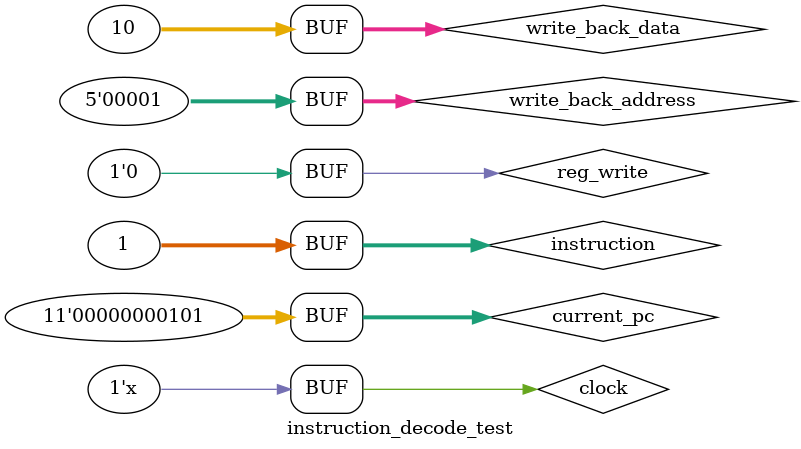
<source format=v>
`timescale 1ns / 1ps


module instruction_decode_test;

	// Inputs
	reg [31:0] instruction;
	reg [10:0] current_pc;
	reg [31:0] write_back_data;
	reg [4:0] write_back_address;
	reg reg_write;
	reg clock;

	// Outputs
	wire [10:0] jump_dest_addr;
	wire [31:0] data_a;
	wire [31:0] data_b;
	wire [31:0] sign_extended;
	wire [4:0] reg_dest_r_type;
	wire [4:0] reg_dest_l_type;

	// Instantiate the Unit Under Test (UUT)
	instruction_decode uut (
		.instruction(instruction), 
		.current_pc(current_pc), 
		.write_back_data(write_back_data), 
		.write_back_address(write_back_address), 
		.reg_write(reg_write), 
		.clock(clock), 
		.jump_dest_addr(jump_dest_addr), 
		.data_a(data_a), 
		.data_b(data_b), 
		.sign_extended(sign_extended), 
		.reg_dest_r_type(reg_dest_r_type), 
		.reg_dest_l_type(reg_dest_l_type)
	);
	
	always #1 clock = ~clock;

	initial begin
		// Initialize Inputs
		instruction = 0;
		current_pc = 0;
		write_back_data = 0;
		write_back_address = 0;
		reg_write = 0;
		clock = 0;

		// Wait 100 ns for global reset to finish
		#100;
      //Escribo el valor 5 en el registro 0 y 10 en el registro 1.
		reg_write = 1;
		write_back_data = 5;
		instruction = 32'b000000_00000_00000_00000_00000_000000;
		
		#2;
		
		write_back_data = 10;
		write_back_address = 1;
		instruction = 32'b000000_00000_00000_00001_00000_000000;
		
		#2;
		
		//data_a = reg[0] and data_b = reg[1]
		reg_write = 0;
		instruction = 32'b000000_00000_00001_00000_00000_000000;
		
		#2;
		
		//Pruebo el cálculo de la destination address.
		current_pc = 5;
		instruction = 32'b000000_00000_00000_00000_00000_000001;
		
		// Add stimulus here

	end
      
endmodule


</source>
